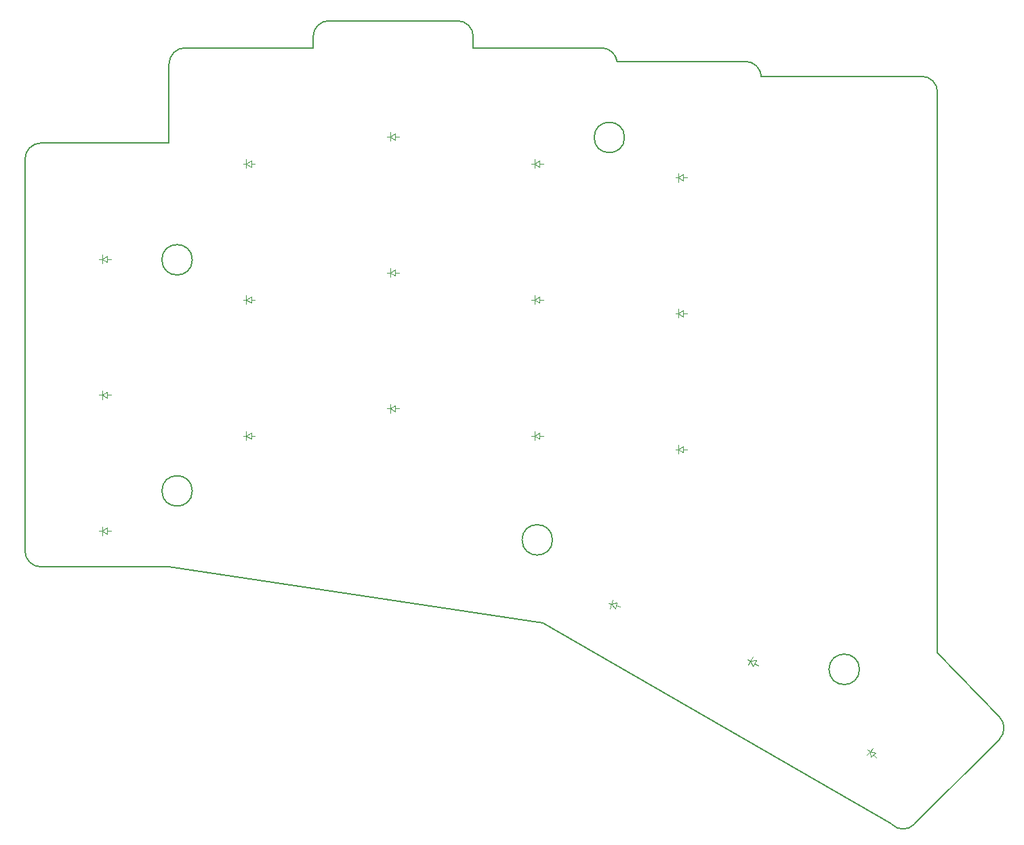
<source format=gbr>
G04 #@! TF.GenerationSoftware,KiCad,Pcbnew,5.1.5+dfsg1-2build2*
G04 #@! TF.CreationDate,2021-09-18T18:44:29+00:00*
G04 #@! TF.ProjectId,board,626f6172-642e-46b6-9963-61645f706362,VERSION_HERE*
G04 #@! TF.SameCoordinates,Original*
G04 #@! TF.FileFunction,Legend,Bot*
G04 #@! TF.FilePolarity,Positive*
%FSLAX46Y46*%
G04 Gerber Fmt 4.6, Leading zero omitted, Abs format (unit mm)*
G04 Created by KiCad (PCBNEW 5.1.5+dfsg1-2build2) date 2021-09-18 18:44:29*
%MOMM*%
%LPD*%
G04 APERTURE LIST*
G04 #@! TA.AperFunction,Profile*
%ADD10C,0.150000*%
G04 #@! TD*
%ADD11C,0.100000*%
G04 APERTURE END LIST*
D10*
X10000000Y-9500000D02*
X26000000Y-9500000D01*
X8000000Y-7500000D02*
X8000000Y41500000D01*
X10000000Y-9500000D02*
G75*
G02X8000000Y-7500000I0J2000000D01*
G01*
X26000000Y43500000D02*
X10000000Y43500000D01*
X8000000Y41500000D02*
G75*
G02X10000000Y43500000I2000000J0D01*
G01*
X44000000Y55400000D02*
X28000000Y55400000D01*
X26000000Y53400000D02*
G75*
G02X28000000Y55400000I2000000J0D01*
G01*
X26000000Y53400000D02*
X26000000Y43500000D01*
X64000000Y55400000D02*
X64000000Y56800000D01*
X62000000Y58800000D02*
G75*
G02X64000000Y56800000I0J-2000000D01*
G01*
X62000000Y58800000D02*
X46000000Y58800000D01*
X44000000Y56800000D02*
G75*
G02X46000000Y58800000I2000000J0D01*
G01*
X44000000Y56800000D02*
X44000000Y55400000D01*
X80000000Y55400000D02*
G75*
G02X81977391Y53699872I0J-2000000D01*
G01*
X80000000Y55400000D02*
X64000000Y55400000D01*
X98000000Y53700000D02*
G75*
G02X99994367Y51850000I0J-2000000D01*
G01*
X98000000Y53700000D02*
X82000000Y53700000D01*
X81977391Y53699872D02*
G75*
G02X82000000Y53700000I22609J-1999872D01*
G01*
X119117258Y-41686664D02*
G75*
G02X116288831Y-41686665I-1414214J1414213D01*
G01*
X119117258Y-41686665D02*
X129723860Y-31080063D01*
X129723859Y-28251636D02*
G75*
G02X129723860Y-31080063I-1414213J-1414214D01*
G01*
X122000000Y-20208734D02*
X129723860Y-28251636D01*
X116288831Y-41686665D02*
X72707107Y-16524745D01*
X72707107Y-16524745D02*
X26000000Y-9500000D01*
X122000000Y-20208734D02*
X122000000Y49850000D01*
X120000000Y51850000D02*
G75*
G02X122000000Y49850000I0J-2000000D01*
G01*
X120000000Y51850000D02*
X99994367Y51850000D01*
X28900000Y28900000D02*
G75*
G03X28900000Y28900000I-1900000J0D01*
G01*
X28900000Y0D02*
G75*
G03X28900000Y0I-1900000J0D01*
G01*
X82900000Y44200000D02*
G75*
G03X82900000Y44200000I-1900000J0D01*
G01*
X73900000Y-6120000D02*
G75*
G03X73900000Y-6120000I-1900000J0D01*
G01*
X112249134Y-22311939D02*
G75*
G03X112249134Y-22311939I-1900000J0D01*
G01*
D11*
G04 #@! TO.C,D1*
X17250000Y-5000000D02*
X17650000Y-5000000D01*
X17650000Y-5000000D02*
X17650000Y-4450000D01*
X17650000Y-5000000D02*
X17650000Y-5550000D01*
X17650000Y-5000000D02*
X18250000Y-4600000D01*
X18250000Y-4600000D02*
X18250000Y-5400000D01*
X18250000Y-5400000D02*
X17650000Y-5000000D01*
X18250000Y-5000000D02*
X18750000Y-5000000D01*
G04 #@! TO.C,D2*
X17250000Y12000000D02*
X17650000Y12000000D01*
X17650000Y12000000D02*
X17650000Y12550000D01*
X17650000Y12000000D02*
X17650000Y11450000D01*
X17650000Y12000000D02*
X18250000Y12400000D01*
X18250000Y12400000D02*
X18250000Y11600000D01*
X18250000Y11600000D02*
X17650000Y12000000D01*
X18250000Y12000000D02*
X18750000Y12000000D01*
G04 #@! TO.C,D3*
X17250000Y29000000D02*
X17650000Y29000000D01*
X17650000Y29000000D02*
X17650000Y29550000D01*
X17650000Y29000000D02*
X17650000Y28450000D01*
X17650000Y29000000D02*
X18250000Y29400000D01*
X18250000Y29400000D02*
X18250000Y28600000D01*
X18250000Y28600000D02*
X17650000Y29000000D01*
X18250000Y29000000D02*
X18750000Y29000000D01*
G04 #@! TO.C,D4*
X35250000Y6900000D02*
X35650000Y6900000D01*
X35650000Y6900000D02*
X35650000Y7450000D01*
X35650000Y6900000D02*
X35650000Y6350000D01*
X35650000Y6900000D02*
X36250000Y7300000D01*
X36250000Y7300000D02*
X36250000Y6500000D01*
X36250000Y6500000D02*
X35650000Y6900000D01*
X36250000Y6900000D02*
X36750000Y6900000D01*
G04 #@! TO.C,D5*
X35250000Y23900000D02*
X35650000Y23900000D01*
X35650000Y23900000D02*
X35650000Y24450000D01*
X35650000Y23900000D02*
X35650000Y23350000D01*
X35650000Y23900000D02*
X36250000Y24300000D01*
X36250000Y24300000D02*
X36250000Y23500000D01*
X36250000Y23500000D02*
X35650000Y23900000D01*
X36250000Y23900000D02*
X36750000Y23900000D01*
G04 #@! TO.C,D6*
X35250000Y40900000D02*
X35650000Y40900000D01*
X35650000Y40900000D02*
X35650000Y41450000D01*
X35650000Y40900000D02*
X35650000Y40350000D01*
X35650000Y40900000D02*
X36250000Y41300000D01*
X36250000Y41300000D02*
X36250000Y40500000D01*
X36250000Y40500000D02*
X35650000Y40900000D01*
X36250000Y40900000D02*
X36750000Y40900000D01*
G04 #@! TO.C,D7*
X53250000Y10300000D02*
X53650000Y10300000D01*
X53650000Y10300000D02*
X53650000Y10850000D01*
X53650000Y10300000D02*
X53650000Y9750000D01*
X53650000Y10300000D02*
X54250000Y10700000D01*
X54250000Y10700000D02*
X54250000Y9900000D01*
X54250000Y9900000D02*
X53650000Y10300000D01*
X54250000Y10300000D02*
X54750000Y10300000D01*
G04 #@! TO.C,D8*
X53250000Y27300000D02*
X53650000Y27300000D01*
X53650000Y27300000D02*
X53650000Y27850000D01*
X53650000Y27300000D02*
X53650000Y26750000D01*
X53650000Y27300000D02*
X54250000Y27700000D01*
X54250000Y27700000D02*
X54250000Y26900000D01*
X54250000Y26900000D02*
X53650000Y27300000D01*
X54250000Y27300000D02*
X54750000Y27300000D01*
G04 #@! TO.C,D9*
X53250000Y44300000D02*
X53650000Y44300000D01*
X53650000Y44300000D02*
X53650000Y44850000D01*
X53650000Y44300000D02*
X53650000Y43750000D01*
X53650000Y44300000D02*
X54250000Y44700000D01*
X54250000Y44700000D02*
X54250000Y43900000D01*
X54250000Y43900000D02*
X53650000Y44300000D01*
X54250000Y44300000D02*
X54750000Y44300000D01*
G04 #@! TO.C,D10*
X71250000Y6900000D02*
X71650000Y6900000D01*
X71650000Y6900000D02*
X71650000Y7450000D01*
X71650000Y6900000D02*
X71650000Y6350000D01*
X71650000Y6900000D02*
X72250000Y7300000D01*
X72250000Y7300000D02*
X72250000Y6500000D01*
X72250000Y6500000D02*
X71650000Y6900000D01*
X72250000Y6900000D02*
X72750000Y6900000D01*
G04 #@! TO.C,D11*
X71250000Y23900000D02*
X71650000Y23900000D01*
X71650000Y23900000D02*
X71650000Y24450000D01*
X71650000Y23900000D02*
X71650000Y23350000D01*
X71650000Y23900000D02*
X72250000Y24300000D01*
X72250000Y24300000D02*
X72250000Y23500000D01*
X72250000Y23500000D02*
X71650000Y23900000D01*
X72250000Y23900000D02*
X72750000Y23900000D01*
G04 #@! TO.C,D12*
X71250000Y40900000D02*
X71650000Y40900000D01*
X71650000Y40900000D02*
X71650000Y41450000D01*
X71650000Y40900000D02*
X71650000Y40350000D01*
X71650000Y40900000D02*
X72250000Y41300000D01*
X72250000Y41300000D02*
X72250000Y40500000D01*
X72250000Y40500000D02*
X71650000Y40900000D01*
X72250000Y40900000D02*
X72750000Y40900000D01*
G04 #@! TO.C,D13*
X89250000Y5200000D02*
X89650000Y5200000D01*
X89650000Y5200000D02*
X89650000Y5750000D01*
X89650000Y5200000D02*
X89650000Y4650000D01*
X89650000Y5200000D02*
X90250000Y5600000D01*
X90250000Y5600000D02*
X90250000Y4800000D01*
X90250000Y4800000D02*
X89650000Y5200000D01*
X90250000Y5200000D02*
X90750000Y5200000D01*
G04 #@! TO.C,D14*
X89250000Y22200000D02*
X89650000Y22200000D01*
X89650000Y22200000D02*
X89650000Y22750000D01*
X89650000Y22200000D02*
X89650000Y21650000D01*
X89650000Y22200000D02*
X90250000Y22600000D01*
X90250000Y22600000D02*
X90250000Y21800000D01*
X90250000Y21800000D02*
X89650000Y22200000D01*
X90250000Y22200000D02*
X90750000Y22200000D01*
G04 #@! TO.C,D15*
X89250000Y39200000D02*
X89650000Y39200000D01*
X89650000Y39200000D02*
X89650000Y39750000D01*
X89650000Y39200000D02*
X89650000Y38650000D01*
X89650000Y39200000D02*
X90250000Y39600000D01*
X90250000Y39600000D02*
X90250000Y38800000D01*
X90250000Y38800000D02*
X89650000Y39200000D01*
X90250000Y39200000D02*
X90750000Y39200000D01*
G04 #@! TO.C,D16*
X80874756Y-14054486D02*
X81261126Y-14158013D01*
X81261126Y-14158013D02*
X81403476Y-13626754D01*
X81261126Y-14158013D02*
X81118775Y-14689273D01*
X81261126Y-14158013D02*
X81944209Y-13926934D01*
X81944209Y-13926934D02*
X81737154Y-14699675D01*
X81737154Y-14699675D02*
X81261126Y-14158013D01*
X81840681Y-14313305D02*
X82323644Y-14442714D01*
G04 #@! TO.C,D17*
X98281381Y-21052700D02*
X98627791Y-21252700D01*
X98627791Y-21252700D02*
X98902791Y-20776386D01*
X98627791Y-21252700D02*
X98352791Y-21729014D01*
X98627791Y-21252700D02*
X99347406Y-21206290D01*
X99347406Y-21206290D02*
X98947406Y-21899110D01*
X98947406Y-21899110D02*
X98627791Y-21252700D01*
X99147406Y-21552700D02*
X99580419Y-21802700D01*
G04 #@! TO.C,D18*
X113283670Y-32317470D02*
X113566513Y-32600313D01*
X113566513Y-32600313D02*
X113955421Y-32211404D01*
X113566513Y-32600313D02*
X113177604Y-32989221D01*
X113566513Y-32600313D02*
X114273619Y-32741734D01*
X114273619Y-32741734D02*
X113707934Y-33307419D01*
X113707934Y-33307419D02*
X113566513Y-32600313D01*
X113990777Y-33024577D02*
X114344330Y-33378130D01*
G04 #@! TD*
M02*

</source>
